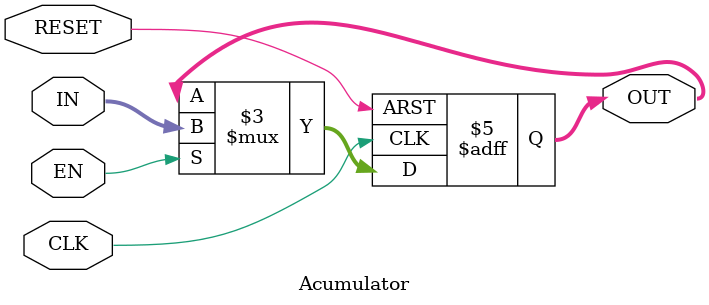
<source format=v>
module Acumulator(
  input CLK,RESET,EN,
  input [15:0] IN,
  output reg [15:0] OUT
);
  
always @(negedge CLK, negedge RESET)
begin
  if (~RESET) 
     begin
        OUT <= 0;
     end   
   else if (EN) 
   begin
        OUT <= IN;  
   end
end
  
endmodule
</source>
